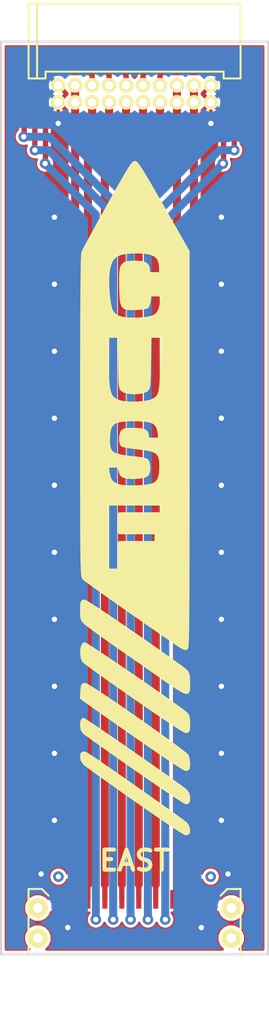
<source format=kicad_pcb>
(kicad_pcb (version 4) (host pcbnew 4.1.0-alpha+201605071002+6776~44~ubuntu14.04.1-product)

  (general
    (links 26)
    (no_connects 0)
    (area 145.924999 58.644999 166.075001 135.355001)
    (thickness 1.6)
    (drawings 5)
    (tracks 161)
    (zones 0)
    (modules 3)
    (nets 15)
  )

  (page A4)
  (layers
    (0 F.Cu signal)
    (31 B.Cu signal)
    (32 B.Adhes user)
    (33 F.Adhes user)
    (34 B.Paste user)
    (35 F.Paste user)
    (36 B.SilkS user)
    (37 F.SilkS user)
    (38 B.Mask user)
    (39 F.Mask user)
    (40 Dwgs.User user)
    (41 Cmts.User user)
    (42 Eco1.User user)
    (43 Eco2.User user)
    (44 Edge.Cuts user)
    (45 Margin user)
    (46 B.CrtYd user)
    (47 F.CrtYd user)
    (48 B.Fab user)
    (49 F.Fab user)
  )

  (setup
    (last_trace_width 0.25)
    (user_trace_width 0.2)
    (user_trace_width 0.25)
    (user_trace_width 0.4)
    (user_trace_width 0.5)
    (user_trace_width 0.6)
    (user_trace_width 0.8)
    (trace_clearance 0.15)
    (zone_clearance 0.3)
    (zone_45_only no)
    (trace_min 0.2)
    (segment_width 0.2)
    (edge_width 0.15)
    (via_size 0.6)
    (via_drill 0.4)
    (via_min_size 0.4)
    (via_min_drill 0.3)
    (user_via 0.6 0.4)
    (user_via 0.7 0.4)
    (user_via 0.8 0.4)
    (uvia_size 0.3)
    (uvia_drill 0.1)
    (uvias_allowed no)
    (uvia_min_size 0.2)
    (uvia_min_drill 0.1)
    (pcb_text_width 0.3)
    (pcb_text_size 1.5 1.5)
    (mod_edge_width 0.15)
    (mod_text_size 1 1)
    (mod_text_width 0.15)
    (pad_size 1.524 1.524)
    (pad_drill 0.762)
    (pad_to_mask_clearance 0)
    (aux_axis_origin 0 0)
    (visible_elements 7FFFFFFF)
    (pcbplotparams
      (layerselection 0x010f0_ffffffff)
      (usegerberextensions true)
      (excludeedgelayer true)
      (linewidth 0.100000)
      (plotframeref false)
      (viasonmask false)
      (mode 1)
      (useauxorigin false)
      (hpglpennumber 1)
      (hpglpenspeed 20)
      (hpglpendiameter 15)
      (psnegative false)
      (psa4output false)
      (plotreference false)
      (plotvalue false)
      (plotinvisibletext false)
      (padsonsilk false)
      (subtractmaskfromsilk true)
      (outputformat 1)
      (mirror false)
      (drillshape 0)
      (scaleselection 1)
      (outputdirectory gerbers/))
  )

  (net 0 "")
  (net 1 GND)
  (net 2 /PYRO_SO)
  (net 3 /PYRO_SI)
  (net 4 /5v_RADIO)
  (net 5 /PYRO1)
  (net 6 /5v_IMU)
  (net 7 /PYRO2)
  (net 8 /5v_AUX1)
  (net 9 /PYRO3)
  (net 10 /5v_AUX2)
  (net 11 /PYRO4)
  (net 12 /5v_CAM)
  (net 13 /PWR)
  (net 14 /CHARGE)

  (net_class Default "This is the default net class."
    (clearance 0.15)
    (trace_width 0.25)
    (via_dia 0.6)
    (via_drill 0.4)
    (uvia_dia 0.3)
    (uvia_drill 0.1)
    (add_net /5v_AUX1)
    (add_net /5v_AUX2)
    (add_net /5v_CAM)
    (add_net /5v_IMU)
    (add_net /5v_RADIO)
    (add_net /CHARGE)
    (add_net /PWR)
    (add_net /PYRO1)
    (add_net /PYRO2)
    (add_net /PYRO3)
    (add_net /PYRO4)
    (add_net /PYRO_SI)
    (add_net /PYRO_SO)
    (add_net GND)
  )

  (module agg:SFM-110-02-L-DH (layer F.Cu) (tedit 5738C338) (tstamp 57393E80)
    (at 156 129.7 180)
    (path /57390592)
    (fp_text reference J2 (at 9 2.5 90) (layer F.Fab)
      (effects (font (size 1 1) (thickness 0.15)))
    )
    (fp_text value "EAST BOT" (at 0 5.7 180) (layer F.Fab)
      (effects (font (size 1 1) (thickness 0.15)))
    )
    (fp_line (start -8.25 5) (end 8.25 5) (layer F.CrtYd) (width 0.01))
    (fp_line (start -8.25 -5.5) (end -8.25 5) (layer F.CrtYd) (width 0.01))
    (fp_line (start 8.25 -5.5) (end -8.25 -5.5) (layer F.CrtYd) (width 0.01))
    (fp_line (start 8.25 5) (end 8.25 -5.5) (layer F.CrtYd) (width 0.01))
    (fp_line (start -8.64 -0.23) (end 8.64 -0.23) (layer F.Fab) (width 0.03))
    (fp_line (start 7.94 -0.23) (end 7.94 4.58) (layer F.SilkS) (width 0.15))
    (fp_line (start 6.94 4.58) (end 7.94 4.58) (layer F.SilkS) (width 0.15))
    (fp_line (start -7.94 -0.23) (end -7.94 4.58) (layer F.SilkS) (width 0.15))
    (fp_line (start -6.44 4.08) (end -6.94 4.58) (layer F.SilkS) (width 0.15))
    (fp_line (start 6.44 4.08) (end 6.94 4.58) (layer F.SilkS) (width 0.15))
    (fp_line (start -7.94 4.58) (end -6.94 4.58) (layer F.SilkS) (width 0.15))
    (fp_line (start -6.65 -5.2) (end 6.65 -5.2) (layer F.Fab) (width 0.01))
    (fp_line (start -6.65 -5.2) (end -6.65 -1) (layer F.Fab) (width 0.01))
    (fp_line (start -7.94 -1) (end -6.65 -1) (layer F.Fab) (width 0.01))
    (fp_line (start -7.94 -1) (end -7.94 4.58) (layer F.Fab) (width 0.01))
    (fp_line (start -7.94 4.58) (end 7.94 4.58) (layer F.Fab) (width 0.01))
    (fp_line (start 7.94 -1) (end 7.94 4.58) (layer F.Fab) (width 0.01))
    (fp_line (start 6.65 -1) (end 7.94 -1) (layer F.Fab) (width 0.01))
    (fp_line (start 6.65 -5.2) (end 6.65 -1) (layer F.Fab) (width 0.01))
    (fp_line (start 6 -5.2) (end 6 -3.5) (layer F.Fab) (width 0.01))
    (fp_line (start 4.5 -3.5) (end 6 -3.5) (layer F.Fab) (width 0.01))
    (fp_line (start 4.5 -5.2) (end 4.5 -3.5) (layer F.Fab) (width 0.01))
    (pad "" thru_hole circle (at 7.2395 3.16 180) (size 1.5 1.5) (drill 0.71) (layers *.Cu *.Mask F.SilkS))
    (pad "" thru_hole circle (at -7.2395 3.16 180) (size 1.5 1.5) (drill 0.71) (layers *.Cu *.Mask F.SilkS))
    (pad "" thru_hole circle (at 7.2395 0.91 180) (size 1.5 1.5) (drill 0.71) (layers *.Cu *.Mask F.SilkS))
    (pad "" thru_hole circle (at -7.2395 0.91 180) (size 1.5 1.5) (drill 0.71) (layers *.Cu *.Mask F.SilkS))
    (pad 1 smd rect (at -6.0325 3.81 180) (size 0.38 1.4) (layers F.Cu F.Paste F.Mask)
      (net 1 GND))
    (pad 2 smd rect (at -5.3975 3.81 180) (size 0.38 1.4) (layers F.Cu F.Paste F.Mask)
      (net 1 GND))
    (pad 3 smd rect (at -4.7625 3.81 180) (size 0.38 1.4) (layers F.Cu F.Paste F.Mask)
      (net 2 /PYRO_SO))
    (pad 4 smd rect (at -4.1275 3.81 180) (size 0.38 1.4) (layers F.Cu F.Paste F.Mask)
      (net 2 /PYRO_SO))
    (pad 5 smd rect (at -3.4925 3.81 180) (size 0.38 1.4) (layers F.Cu F.Paste F.Mask)
      (net 3 /PYRO_SI))
    (pad 6 smd rect (at -2.8575 3.81 180) (size 0.38 1.4) (layers F.Cu F.Paste F.Mask)
      (net 3 /PYRO_SI))
    (pad 7 smd rect (at -2.2225 3.81 180) (size 0.38 1.4) (layers F.Cu F.Paste F.Mask)
      (net 4 /5v_RADIO))
    (pad 8 smd rect (at -1.5875 3.81 180) (size 0.38 1.4) (layers F.Cu F.Paste F.Mask)
      (net 5 /PYRO1))
    (pad 9 smd rect (at -0.9525 3.81 180) (size 0.38 1.4) (layers F.Cu F.Paste F.Mask)
      (net 6 /5v_IMU))
    (pad 10 smd rect (at -0.3175 3.81 180) (size 0.38 1.4) (layers F.Cu F.Paste F.Mask)
      (net 7 /PYRO2))
    (pad 11 smd rect (at 0.3175 3.81 180) (size 0.38 1.4) (layers F.Cu F.Paste F.Mask)
      (net 8 /5v_AUX1))
    (pad 12 smd rect (at 0.9525 3.81 180) (size 0.38 1.4) (layers F.Cu F.Paste F.Mask)
      (net 9 /PYRO3))
    (pad 13 smd rect (at 1.5875 3.81 180) (size 0.38 1.4) (layers F.Cu F.Paste F.Mask)
      (net 10 /5v_AUX2))
    (pad 14 smd rect (at 2.2225 3.81 180) (size 0.38 1.4) (layers F.Cu F.Paste F.Mask)
      (net 11 /PYRO4))
    (pad 15 smd rect (at 2.8575 3.81 180) (size 0.38 1.4) (layers F.Cu F.Paste F.Mask)
      (net 12 /5v_CAM))
    (pad 16 smd rect (at 3.4925 3.81 180) (size 0.38 1.4) (layers F.Cu F.Paste F.Mask)
      (net 13 /PWR))
    (pad 17 smd rect (at 4.1275 3.81 180) (size 0.38 1.4) (layers F.Cu F.Paste F.Mask)
      (net 14 /CHARGE))
    (pad 18 smd rect (at 4.7625 3.81 180) (size 0.38 1.4) (layers F.Cu F.Paste F.Mask)
      (net 14 /CHARGE))
    (pad 19 smd rect (at 5.3975 3.81 180) (size 0.38 1.4) (layers F.Cu F.Paste F.Mask)
      (net 1 GND))
    (pad 20 smd rect (at 6.0325 3.81 180) (size 0.38 1.4) (layers F.Cu F.Paste F.Mask)
      (net 1 GND))
  )

  (module agg:TFML-110-01-L-D-RA (layer F.Cu) (tedit 5738FCAF) (tstamp 57393E4E)
    (at 156 63 180)
    (path /5739058A)
    (fp_text reference J1 (at 9 -0.859 90) (layer F.Fab)
      (effects (font (size 1 1) (thickness 0.15)))
    )
    (fp_text value "EAST TOP" (at 0 -5.759 180) (layer F.Fab)
      (effects (font (size 1 1) (thickness 0.15)))
    )
    (fp_line (start 8.2 -4.15) (end 8.2 4.2) (layer F.CrtYd) (width 0.01))
    (fp_line (start -8.2 -4.15) (end -8.2 4.2) (layer F.CrtYd) (width 0.01))
    (fp_line (start 8.2 4.2) (end -8.2 4.2) (layer F.CrtYd) (width 0.01))
    (fp_line (start 6.6675 -1.141) (end -6.6675 -1.141) (layer F.SilkS) (width 0.15))
    (fp_line (start -6.6675 -1.649) (end -7.9375 -1.649) (layer F.SilkS) (width 0.15))
    (fp_line (start 7.9375 -1.649) (end 7.9375 3.939) (layer F.SilkS) (width 0.15))
    (fp_line (start -7.9375 -1.649) (end -7.9375 3.939) (layer F.SilkS) (width 0.15))
    (fp_line (start 7.9375 3.939) (end -7.9375 3.939) (layer F.SilkS) (width 0.15))
    (fp_line (start 6.6675 -1.649) (end 6.6675 -1.141) (layer F.SilkS) (width 0.15))
    (fp_line (start -6.6675 -1.649) (end -6.6675 -1.141) (layer F.SilkS) (width 0.15))
    (fp_line (start 7.9375 -1.649) (end 6.6675 -1.649) (layer F.SilkS) (width 0.15))
    (fp_line (start 7.3 -1.649) (end 7.3 3.939) (layer F.SilkS) (width 0.15))
    (fp_line (start 8.2 -4.15) (end -8.2 -4.15) (layer F.CrtYd) (width 0.01))
    (fp_line (start -7.9375 -1.649) (end -7.9375 3.939) (layer F.Fab) (width 0.01))
    (fp_line (start 7.9375 3.939) (end -7.9375 3.939) (layer F.Fab) (width 0.01))
    (fp_line (start 7.9375 -1.649) (end 7.9375 3.939) (layer F.Fab) (width 0.01))
    (fp_line (start 7.9375 -1.649) (end -7.9375 -1.649) (layer F.Fab) (width 0.01))
    (pad 1 thru_hole circle (at -5.715 -2.159) (size 1.1 1.1) (drill 0.635) (layers *.Cu *.Mask F.SilkS)
      (net 1 GND))
    (pad 2 thru_hole circle (at -5.715 -3.429) (size 1.1 1.1) (drill 0.635) (layers *.Cu *.Mask F.SilkS)
      (net 1 GND))
    (pad 3 thru_hole circle (at -4.445 -2.159) (size 1.1 1.1) (drill 0.635) (layers *.Cu *.Mask F.SilkS)
      (net 2 /PYRO_SO))
    (pad 4 thru_hole circle (at -4.445 -3.429) (size 1.1 1.1) (drill 0.635) (layers *.Cu *.Mask F.SilkS)
      (net 2 /PYRO_SO))
    (pad 5 thru_hole circle (at -3.175 -2.159) (size 1.1 1.1) (drill 0.635) (layers *.Cu *.Mask F.SilkS)
      (net 3 /PYRO_SI))
    (pad 6 thru_hole circle (at -3.175 -3.429) (size 1.1 1.1) (drill 0.635) (layers *.Cu *.Mask F.SilkS)
      (net 3 /PYRO_SI))
    (pad 7 thru_hole circle (at -1.905 -2.159) (size 1.1 1.1) (drill 0.635) (layers *.Cu *.Mask F.SilkS)
      (net 4 /5v_RADIO))
    (pad 8 thru_hole circle (at -1.905 -3.429) (size 1.1 1.1) (drill 0.635) (layers *.Cu *.Mask F.SilkS)
      (net 5 /PYRO1))
    (pad 9 thru_hole circle (at -0.635 -2.159) (size 1.1 1.1) (drill 0.635) (layers *.Cu *.Mask F.SilkS)
      (net 6 /5v_IMU))
    (pad 10 thru_hole circle (at -0.635 -3.429) (size 1.1 1.1) (drill 0.635) (layers *.Cu *.Mask F.SilkS)
      (net 7 /PYRO2))
    (pad 11 thru_hole circle (at 0.635 -2.159) (size 1.1 1.1) (drill 0.635) (layers *.Cu *.Mask F.SilkS)
      (net 8 /5v_AUX1))
    (pad 12 thru_hole circle (at 0.635 -3.429) (size 1.1 1.1) (drill 0.635) (layers *.Cu *.Mask F.SilkS)
      (net 9 /PYRO3))
    (pad 13 thru_hole circle (at 1.905 -2.159) (size 1.1 1.1) (drill 0.635) (layers *.Cu *.Mask F.SilkS)
      (net 10 /5v_AUX2))
    (pad 14 thru_hole circle (at 1.905 -3.429) (size 1.1 1.1) (drill 0.635) (layers *.Cu *.Mask F.SilkS)
      (net 11 /PYRO4))
    (pad 15 thru_hole circle (at 3.175 -2.159) (size 1.1 1.1) (drill 0.635) (layers *.Cu *.Mask F.SilkS)
      (net 12 /5v_CAM))
    (pad 16 thru_hole circle (at 3.175 -3.429) (size 1.1 1.1) (drill 0.635) (layers *.Cu *.Mask F.SilkS)
      (net 13 /PWR))
    (pad 17 thru_hole circle (at 4.445 -2.159) (size 1.1 1.1) (drill 0.635) (layers *.Cu *.Mask F.SilkS)
      (net 14 /CHARGE))
    (pad 18 thru_hole circle (at 4.445 -3.429) (size 1.1 1.1) (drill 0.635) (layers *.Cu *.Mask F.SilkS)
      (net 14 /CHARGE))
    (pad 19 thru_hole circle (at 5.715 -2.159) (size 1.1 1.1) (drill 0.635) (layers *.Cu *.Mask F.SilkS)
      (net 1 GND))
    (pad 20 thru_hole circle (at 5.715 -3.429) (size 1.1 1.1) (drill 0.635) (layers *.Cu *.Mask F.SilkS)
      (net 1 GND))
  )

  (module m3psu:cusf_logo_large (layer F.Cu) (tedit 0) (tstamp 577037BE)
    (at 156 95.95)
    (fp_text reference G*** (at 0 0) (layer F.SilkS) hide
      (effects (font (thickness 0.3)))
    )
    (fp_text value LOGO (at 0.75 0) (layer F.SilkS) hide
      (effects (font (thickness 0.3)))
    )
    (fp_poly (pts (xy 4.029075 24.779304) (xy 4.004875 24.960606) (xy 3.907084 25.022166) (xy 3.836192 25.023892)
      (xy 3.729988 24.974401) (xy 3.497861 24.835289) (xy 3.153886 24.615916) (xy 2.712134 24.325647)
      (xy 2.186673 23.973845) (xy 1.591577 23.569874) (xy 0.940915 23.123089) (xy 0.248759 22.642859)
      (xy 0.067684 22.516437) (xy -0.63565 22.023673) (xy -1.301656 21.554996) (xy -1.916017 21.120626)
      (xy -2.46442 20.73077) (xy -2.932556 20.395651) (xy -3.30611 20.125481) (xy -3.570772 19.930474)
      (xy -3.712227 19.820849) (xy -3.725646 19.808963) (xy -3.90902 19.533334) (xy -3.94335 19.316043)
      (xy -3.91712 19.106156) (xy -3.820851 19.039506) (xy -3.628187 19.102802) (xy -3.575008 19.130291)
      (xy -3.43332 19.217582) (xy -3.172314 19.389848) (xy -2.808483 19.635545) (xy -2.358337 19.943126)
      (xy -1.838373 20.301049) (xy -1.265099 20.697768) (xy -0.655017 21.121736) (xy -0.024627 21.561409)
      (xy 0.609565 22.00524) (xy 1.23106 22.441687) (xy 1.823351 22.859204) (xy 2.369936 23.246244)
      (xy 2.854313 23.591266) (xy 3.25998 23.882718) (xy 3.570434 24.109061) (xy 3.769168 24.258747)
      (xy 3.836192 24.315058) (xy 3.977934 24.550069) (xy 4.029075 24.779304) (xy 4.029075 24.779304)) (layer F.SilkS) (width 0.27))
    (fp_poly (pts (xy 4.029075 22.381491) (xy 4.012789 22.604981) (xy 3.950362 22.701792) (xy 3.869513 22.717125)
      (xy 3.770002 22.669427) (xy 3.543961 22.532469) (xy 3.205224 22.315457) (xy 2.767616 22.027591)
      (xy 2.244972 21.678073) (xy 1.65112 21.276111) (xy 0.999888 20.830905) (xy 0.305111 20.351658)
      (xy 0.074939 20.191985) (xy -0.633752 19.698814) (xy -1.304176 19.230612) (xy -1.922249 18.797327)
      (xy -2.473891 18.408911) (xy -2.945014 18.075312) (xy -3.32154 17.806484) (xy -3.58938 17.612375)
      (xy -3.734456 17.502936) (xy -3.751715 17.488308) (xy -3.888475 17.298417) (xy -3.940761 17.03221)
      (xy -3.94335 16.927348) (xy -3.919965 16.657283) (xy -3.8507 16.54735) (xy -3.834327 16.544925)
      (xy -3.745105 16.592464) (xy -3.531632 16.727747) (xy -3.209817 16.939765) (xy -2.795561 17.217506)
      (xy -2.304771 17.549965) (xy -1.753353 17.926129) (xy -1.157209 18.33499) (xy -0.532246 18.76554)
      (xy 0.105635 19.206769) (xy 0.740521 19.647668) (xy 1.356515 20.07723) (xy 1.937706 20.484444)
      (xy 2.468194 20.858302) (xy 2.932073 21.187794) (xy 3.313435 21.461911) (xy 3.596376 21.669644)
      (xy 3.764993 21.799986) (xy 3.79333 21.8246) (xy 3.969467 22.050338) (xy 4.028006 22.323676)
      (xy 4.029075 22.381491) (xy 4.029075 22.381491)) (layer F.SilkS) (width 0.27))
    (fp_poly (pts (xy 4.029075 19.849369) (xy 4.019239 20.086361) (xy 3.974449 20.197137) (xy 3.871784 20.226502)
      (xy 3.836192 20.226418) (xy 3.727466 20.177459) (xy 3.492663 20.03869) (xy 3.145697 19.819293)
      (xy 2.700481 19.528449) (xy 2.170924 19.175338) (xy 1.570944 18.769139) (xy 0.91445 18.31903)
      (xy 0.296017 17.890413) (xy -0.394667 17.409138) (xy -1.05641 16.9476) (xy -1.67299 16.517145)
      (xy -2.228186 16.129112) (xy -2.705783 15.794843) (xy -3.089561 15.52568) (xy -3.363298 15.332968)
      (xy -3.501506 15.234747) (xy -3.951734 14.91041) (xy -3.926113 14.42036) (xy -3.904913 14.14229)
      (xy -3.866632 13.995083) (xy -3.793235 13.938167) (xy -3.708331 13.930313) (xy -3.594094 13.978702)
      (xy -3.357164 14.116356) (xy -3.013724 14.332002) (xy -2.579961 14.614368) (xy -2.072058 14.952184)
      (xy -1.506206 15.334175) (xy -0.898582 15.74907) (xy -0.265378 16.185598) (xy 0.377225 16.632483)
      (xy 1.013037 17.078456) (xy 1.625881 17.512243) (xy 2.199563 17.922576) (xy 2.717901 18.298178)
      (xy 3.164711 18.627778) (xy 3.523808 18.900105) (xy 3.779004 19.103885) (xy 3.914117 19.227848)
      (xy 3.929874 19.249923) (xy 3.992701 19.474692) (xy 4.02695 19.766219) (xy 4.029075 19.849369)
      (xy 4.029075 19.849369)) (layer F.SilkS) (width 0.27))
    (fp_poly (pts (xy 4.029075 16.841064) (xy 4.024733 17.142357) (xy 4.002925 17.310443) (xy 3.950462 17.383507)
      (xy 3.854156 17.39974) (xy 3.836192 17.399648) (xy 3.727253 17.350991) (xy 3.490511 17.211469)
      (xy 3.138199 16.989148) (xy 2.682536 16.692094) (xy 2.135754 16.328374) (xy 1.510075 15.906059)
      (xy 0.81773 15.433208) (xy 0.070943 14.917894) (xy 0 14.868681) (xy -0.708394 14.375605)
      (xy -1.37723 13.90726) (xy -1.992605 13.473575) (xy -2.540619 13.084481) (xy -3.007368 12.749905)
      (xy -3.378947 12.479778) (xy -3.641458 12.284031) (xy -3.780991 12.172591) (xy -3.797059 12.156772)
      (xy -3.886839 11.966954) (xy -3.932728 11.700285) (xy -3.936638 11.40871) (xy -3.900471 11.144158)
      (xy -3.826135 10.958574) (xy -3.751048 10.903191) (xy -3.658505 10.945838) (xy -3.44166 11.076016)
      (xy -3.116548 11.282757) (xy -2.699203 11.555101) (xy -2.205665 11.88209) (xy -1.651968 12.252757)
      (xy -1.054142 12.656139) (xy -0.428231 13.081279) (xy 0.209736 13.51721) (xy 0.84372 13.952971)
      (xy 1.457689 14.3776) (xy 2.035603 14.780135) (xy 2.561431 15.149614) (xy 3.019135 15.475072)
      (xy 3.392677 15.74555) (xy 3.666028 15.950083) (xy 3.823146 16.077712) (xy 3.836192 16.090032)
      (xy 3.945337 16.227184) (xy 4.004319 16.401191) (xy 4.027004 16.66605) (xy 4.029075 16.841064)
      (xy 4.029075 16.841064)) (layer F.SilkS) (width 0.27))
    (fp_poly (pts (xy 4.029075 13.811221) (xy 4.026194 14.148716) (xy 4.010882 14.349593) (xy 3.973131 14.448659)
      (xy 3.902934 14.480729) (xy 3.836192 14.482166) (xy 3.701997 14.432691) (xy 3.457949 14.299683)
      (xy 3.132856 14.100456) (xy 2.755512 13.852323) (xy 2.528888 13.696204) (xy 2.176843 13.450053)
      (xy 1.711787 13.125551) (xy 1.161567 12.742088) (xy 0.554032 12.319066) (xy -0.082974 11.875872)
      (xy -0.721605 11.431903) (xy -0.985838 11.248324) (xy -1.567399 10.842322) (xy -2.114743 10.45633)
      (xy -2.60904 10.103921) (xy -3.031471 9.798665) (xy -3.363206 9.554131) (xy -3.585419 9.383896)
      (xy -3.664745 9.317133) (xy -3.805261 9.174389) (xy -3.888289 9.042689) (xy -3.92891 8.871522)
      (xy -3.942211 8.610384) (xy -3.94335 8.384232) (xy -3.940372 8.048873) (xy -3.92465 7.849821)
      (xy -3.886018 7.751951) (xy -3.814304 7.720142) (xy -3.75047 7.718163) (xy -3.648264 7.766283)
      (xy -3.422139 7.902201) (xy -3.088241 8.114826) (xy -2.662713 8.39308) (xy -2.161701 8.725876)
      (xy -1.601346 9.102127) (xy -0.997796 9.51075) (xy -0.367192 9.940658) (xy 0.274317 10.380768)
      (xy 0.910591 10.819994) (xy 1.525484 11.24725) (xy 2.102852 11.651456) (xy 2.626549 12.021521)
      (xy 3.080433 12.34636) (xy 3.448356 12.614894) (xy 3.714177 12.816033) (xy 3.861751 12.938692)
      (xy 3.879055 12.956714) (xy 3.961759 13.102182) (xy 4.008952 13.32153) (xy 4.027828 13.655704)
      (xy 4.029075 13.811221) (xy 4.029075 13.811221)) (layer F.SilkS) (width 0.27))
    (fp_poly (pts (xy 3.986213 -3.606549) (xy 3.98611 -1.730017) (xy 3.985759 -0.017523) (xy 3.985095 1.538344)
      (xy 3.984044 2.944998) (xy 3.982546 4.209848) (xy 3.980526 5.340308) (xy 3.977921 6.343788)
      (xy 3.974659 7.227703) (xy 3.970677 7.99946) (xy 3.965906 8.666476) (xy 3.960276 9.23616)
      (xy 3.953721 9.715923) (xy 3.946174 10.113177) (xy 3.937564 10.435338) (xy 3.927828 10.689813)
      (xy 3.916895 10.884013) (xy 3.904697 11.025356) (xy 3.89117 11.121249) (xy 3.876242 11.179104)
      (xy 3.859847 11.206337) (xy 3.850848 11.210829) (xy 3.71399 11.178518) (xy 3.490128 11.068493)
      (xy 3.250773 10.919699) (xy 2.573683 10.456236) (xy 2.081211 10.117499) (xy 2.081211 -15.173325)
      (xy 1.608965 -15.173325) (xy 1.136722 -15.173325) (xy 1.092401 -14.780108) (xy 1.045032 -14.521289)
      (xy 0.977608 -14.329872) (xy 0.948475 -14.28719) (xy 0.820951 -14.238372) (xy 0.567208 -14.19528)
      (xy 0.232475 -14.164805) (xy 0.101855 -14.158287) (xy -0.27229 -14.148405) (xy -0.548702 -14.166954)
      (xy -0.74287 -14.236017) (xy -0.87028 -14.377667) (xy -0.946418 -14.613988) (xy -0.986772 -14.967053)
      (xy -1.00683 -15.458947) (xy -1.01375 -15.74873) (xy -1.023011 -16.35117) (xy -1.011444 -16.803769)
      (xy -0.966106 -17.127949) (xy -0.874047 -17.345143) (xy -0.722326 -17.476771) (xy -0.497996 -17.544262)
      (xy -0.188114 -17.569043) (xy 0.088079 -17.572456) (xy 0.520881 -17.54591) (xy 0.809155 -17.456572)
      (xy 0.971919 -17.293098) (xy 1.028192 -17.04415) (xy 1.0287 -17.011553) (xy 1.0287 -16.716375)
      (xy 1.500188 -16.716375) (xy 1.971675 -16.716375) (xy 1.971675 -17.110616) (xy 1.933041 -17.545016)
      (xy 1.80694 -17.87629) (xy 1.578066 -18.114986) (xy 1.231108 -18.271656) (xy 0.750765 -18.356852)
      (xy 0.128588 -18.381149) (xy -0.523527 -18.354357) (xy -1.029151 -18.268019) (xy -1.407556 -18.106411)
      (xy -1.678007 -17.853815) (xy -1.859771 -17.494507) (xy -1.972112 -17.012768) (xy -2.016676 -16.63065)
      (xy -2.033416 -16.218465) (xy -2.022827 -15.741713) (xy -1.989155 -15.243798) (xy -1.936653 -14.768123)
      (xy -1.869572 -14.358087) (xy -1.79216 -14.057096) (xy -1.756199 -13.970921) (xy -1.569078 -13.704625)
      (xy -1.309883 -13.513775) (xy -0.956672 -13.391498) (xy -0.487501 -13.330926) (xy 0.11957 -13.325186)
      (xy 0.28694 -13.33115) (xy 0.842033 -13.373197) (xy 1.243728 -13.447013) (xy 1.444227 -13.520042)
      (xy 1.706044 -13.70098) (xy 1.883134 -13.962426) (xy 1.992095 -14.336606) (xy 2.035376 -14.667858)
      (xy 2.081211 -15.173325) (xy 2.081211 10.117499) (xy 2.07707 10.114648) (xy 2.07707 -12.087225)
      (xy 1.605047 -12.087225) (xy 1.133028 -12.087225) (xy 1.102013 -10.150612) (xy 1.091553 -9.526459)
      (xy 1.081112 -9.051124) (xy 1.068185 -8.701997) (xy 1.050257 -8.456465) (xy 1.02482 -8.291913)
      (xy 0.989366 -8.185733) (xy 0.941385 -8.115312) (xy 0.878364 -8.058037) (xy 0.868903 -8.05035)
      (xy 0.639808 -7.946438) (xy 0.304428 -7.887753) (xy -0.078149 -7.874288) (xy -0.448832 -7.90604)
      (xy -0.748535 -7.983006) (xy -0.869187 -8.050469) (xy -0.934435 -8.10763) (xy -0.984263 -8.174774)
      (xy -1.021162 -8.274512) (xy -1.047613 -8.429457) (xy -1.066106 -8.662218) (xy -1.079125 -8.995409)
      (xy -1.089156 -9.451644) (xy -1.098689 -10.053536) (xy -1.100126 -10.150731) (xy -1.128686 -12.087225)
      (xy -1.593043 -12.087225) (xy -2.0574 -12.087225) (xy -2.0574 -10.341564) (xy -2.052184 -9.546266)
      (xy -2.032682 -8.903749) (xy -1.993127 -8.395564) (xy -1.927746 -8.003251) (xy -1.830773 -7.70836)
      (xy -1.696432 -7.492433) (xy -1.518958 -7.337018) (xy -1.292576 -7.223658) (xy -1.058484 -7.146892)
      (xy -0.697291 -7.082062) (xy -0.246999 -7.054908) (xy 0.239009 -7.062984) (xy 0.707351 -7.103846)
      (xy 1.104648 -7.175048) (xy 1.345343 -7.256971) (xy 1.537718 -7.361366) (xy 1.68929 -7.477393)
      (xy 1.80532 -7.626064) (xy 1.891064 -7.828385) (xy 1.951781 -8.105368) (xy 1.99273 -8.478022)
      (xy 2.019165 -8.967359) (xy 2.036345 -9.594388) (xy 2.044483 -10.05075) (xy 2.07707 -12.087225)
      (xy 2.07707 10.114648) (xy 2.0574 10.101121) (xy 2.0574 1.20015) (xy 2.0574 0.814388)
      (xy 2.0574 0.428625) (xy 1.989743 0.428625) (xy 1.989743 -2.323955) (xy 1.97562 -2.744574)
      (xy 1.915245 -3.066066) (xy 1.78784 -3.304932) (xy 1.572631 -3.477686) (xy 1.248839 -3.600836)
      (xy 0.79569 -3.690889) (xy 0.192402 -3.764353) (xy 0.17466 -3.766179) (xy -0.22589 -3.813907)
      (xy -0.568223 -3.867126) (xy -0.81338 -3.91898) (xy -0.918335 -3.958473) (xy -0.995695 -4.113504)
      (xy -1.024944 -4.363718) (xy -1.006879 -4.639977) (xy -0.942295 -4.873138) (xy -0.907065 -4.934237)
      (xy -0.823492 -5.0166) (xy -0.694456 -5.066758) (xy -0.481075 -5.092195) (xy -0.144469 -5.100403)
      (xy -0.043073 -5.100638) (xy 0.390188 -5.085129) (xy 0.679631 -5.029414) (xy 0.850843 -4.919727)
      (xy 0.929405 -4.742294) (xy 0.942975 -4.569904) (xy 0.957671 -4.456318) (xy 1.029542 -4.397158)
      (xy 1.200263 -4.374931) (xy 1.414462 -4.371975) (xy 1.88595 -4.371975) (xy 1.88595 -4.674767)
      (xy 1.850467 -4.970136) (xy 1.764669 -5.267654) (xy 1.760446 -5.277928) (xy 1.635868 -5.493107)
      (xy 1.45209 -5.650403) (xy 1.184763 -5.757653) (xy 0.809538 -5.82269) (xy 0.302073 -5.853357)
      (xy -0.042863 -5.858414) (xy -0.671744 -5.844158) (xy -1.150856 -5.785673) (xy -1.499391 -5.667837)
      (xy -1.73654 -5.475524) (xy -1.881495 -5.193612) (xy -1.95345 -4.806975) (xy -1.971675 -4.338444)
      (xy -1.958342 -3.971821) (xy -1.905449 -3.684909) (xy -1.793653 -3.465304) (xy -1.603614 -3.300604)
      (xy -1.315988 -3.178405) (xy -0.911431 -3.086305) (xy -0.370607 -3.011901) (xy 0.184615 -2.95572)
      (xy 0.501609 -2.912331) (xy 0.764759 -2.851473) (xy 0.905615 -2.79264) (xy 1.006074 -2.629041)
      (xy 1.051442 -2.370071) (xy 1.041614 -2.08275) (xy 0.976469 -1.834107) (xy 0.907419 -1.727933)
      (xy 0.739622 -1.646357) (xy 0.453757 -1.586941) (xy 0.102252 -1.553783) (xy -0.262464 -1.550985)
      (xy -0.58796 -1.582643) (xy -0.6858 -1.603355) (xy -0.884358 -1.675825) (xy -0.993573 -1.799396)
      (xy -1.065029 -2.033251) (xy -1.066597 -2.04022) (xy -1.147354 -2.4003) (xy -1.612111 -2.4003)
      (xy -2.07687 -2.4003) (xy -2.016981 -2.00094) (xy -1.924212 -1.557654) (xy -1.782991 -1.250918)
      (xy -1.56374 -1.046882) (xy -1.236867 -0.911682) (xy -1.018391 -0.858163) (xy -0.704886 -0.818818)
      (xy -0.293682 -0.804422) (xy 0.165083 -0.81257) (xy 0.62127 -0.840872) (xy 1.024739 -0.886926)
      (xy 1.325349 -0.948337) (xy 1.398646 -0.973706) (xy 1.665325 -1.138128) (xy 1.845172 -1.386056)
      (xy 1.949268 -1.742815) (xy 1.988704 -2.233723) (xy 1.989743 -2.323955) (xy 1.989743 0.428625)
      (xy 0 0.428625) (xy -2.0574 0.428625) (xy -2.0574 2.91465) (xy -2.0574 5.400675)
      (xy -1.585913 5.400675) (xy -1.114425 5.400675) (xy -1.114425 4.371975) (xy -1.114425 3.343275)
      (xy 0.257175 3.343275) (xy 1.628775 3.343275) (xy 1.628775 2.957512) (xy 1.628775 2.57175)
      (xy 0.257175 2.57175) (xy -1.114425 2.57175) (xy -1.114425 1.88595) (xy -1.114425 1.20015)
      (xy 0.471488 1.20015) (xy 2.0574 1.20015) (xy 2.0574 10.101121) (xy 1.866731 9.969974)
      (xy 1.144206 9.47093) (xy 0.420395 8.969122) (xy -0.290407 8.474566) (xy -0.973917 7.997276)
      (xy -1.615845 7.547269) (xy -2.201899 7.134564) (xy -2.71779 6.769178) (xy -3.149231 6.461124)
      (xy -3.481931 6.220422) (xy -3.7016 6.057086) (xy -3.793333 5.981861) (xy -3.814339 5.950832)
      (xy -3.833293 5.90257) (xy -3.850303 5.828609) (xy -3.865468 5.720482) (xy -3.878901 5.569725)
      (xy -3.8907 5.367867) (xy -3.900974 5.106445) (xy -3.909827 4.776994) (xy -3.917362 4.371049)
      (xy -3.923686 3.880138) (xy -3.9289 3.295801) (xy -3.933114 2.609566) (xy -3.93643 1.812972)
      (xy -3.938954 0.897553) (xy -3.940788 -0.145163) (xy -3.942041 -1.323635) (xy -3.942815 -2.646332)
      (xy -3.943215 -4.121723) (xy -3.943347 -5.758268) (xy -3.94335 -6.133255) (xy -3.942786 -8.03804)
      (xy -3.941082 -9.773549) (xy -3.938217 -11.341955) (xy -3.934184 -12.745431) (xy -3.928959 -13.986146)
      (xy -3.92253 -15.066275) (xy -3.914879 -15.987988) (xy -3.90599 -16.753454) (xy -3.895849 -17.36485)
      (xy -3.884436 -17.824344) (xy -3.871738 -18.13411) (xy -3.857738 -18.296318) (xy -3.852716 -18.318139)
      (xy -3.792501 -18.442544) (xy -3.657377 -18.699641) (xy -3.456489 -19.072697) (xy -3.198992 -19.544976)
      (xy -2.89403 -20.099742) (xy -2.550758 -20.720259) (xy -2.17832 -21.389792) (xy -1.949578 -21.799292)
      (xy -1.503857 -22.59411) (xy -1.132796 -23.250796) (xy -0.828789 -23.781649) (xy -0.584234 -24.198961)
      (xy -0.391527 -24.515028) (xy -0.243062 -24.742144) (xy -0.131236 -24.892604) (xy -0.048446 -24.978704)
      (xy 0.012911 -25.012741) (xy 0.038615 -25.01398) (xy 0.105068 -24.969654) (xy 0.211043 -24.844177)
      (xy 0.362532 -24.627904) (xy 0.56552 -24.311191) (xy 0.826 -23.884392) (xy 1.14996 -23.33786)
      (xy 1.543385 -22.661953) (xy 2.012264 -21.84702) (xy 2.100262 -21.693347) (xy 3.986213 -18.397857)
      (xy 3.986213 -3.606549) (xy 3.986213 -3.606549)) (layer F.SilkS) (width 0.27))
  )

  (gr_text EAST (at 156 123) (layer F.SilkS)
    (effects (font (size 1.5 1.5) (thickness 0.3)))
  )
  (gr_line (start 166 130) (end 146 130) (layer Edge.Cuts) (width 0.15))
  (gr_line (start 166 61.9) (end 166 130) (layer Edge.Cuts) (width 0.15))
  (gr_line (start 146 61.9) (end 166 61.9) (layer Edge.Cuts) (width 0.15))
  (gr_line (start 146 130) (end 146 61.9) (layer Edge.Cuts) (width 0.15))

  (via (at 150.3 124.2) (size 0.8) (drill 0.4) (layers F.Cu B.Cu) (net 0))
  (via (at 161.7 124.2) (size 0.8) (drill 0.4) (layers F.Cu B.Cu) (net 0))
  (segment (start 161.715 68) (end 161.715 74.215) (width 0.4) (layer F.Cu) (net 1))
  (via (at 161.715 68) (size 0.8) (drill 0.4) (layers F.Cu B.Cu) (net 1))
  (segment (start 161.715 66.429) (end 161.715 68) (width 0.25) (layer F.Cu) (net 1))
  (segment (start 150.285 68) (end 150.285 71.125002) (width 0.4) (layer F.Cu) (net 1))
  (segment (start 150.285 66.429) (end 150.285 68) (width 0.25) (layer F.Cu) (net 1))
  (via (at 150.285 68) (size 0.8) (drill 0.4) (layers F.Cu B.Cu) (net 1))
  (segment (start 161.3975 125.89) (end 161.3975 127.6025) (width 0.25) (layer F.Cu) (net 1))
  (segment (start 161.3975 127.6025) (end 161 128) (width 0.25) (layer F.Cu) (net 1))
  (via (at 161 128) (size 0.8) (drill 0.4) (layers F.Cu B.Cu) (net 1))
  (segment (start 150.6025 125.89) (end 150.6025 127.6025) (width 0.25) (layer F.Cu) (net 1))
  (segment (start 150.6025 127.6025) (end 151 128) (width 0.25) (layer F.Cu) (net 1))
  (via (at 151 128) (size 0.8) (drill 0.4) (layers F.Cu B.Cu) (net 1))
  (segment (start 162.0325 125.89) (end 162.0325 124.9675) (width 0.25) (layer F.Cu) (net 1))
  (segment (start 162.0325 124.9675) (end 163 124) (width 0.25) (layer F.Cu) (net 1))
  (via (at 163 124) (size 0.8) (drill 0.4) (layers F.Cu B.Cu) (net 1))
  (segment (start 149.9675 125.89) (end 149.9675 124.9675) (width 0.25) (layer F.Cu) (net 1))
  (segment (start 149.9675 124.9675) (end 149 124) (width 0.25) (layer F.Cu) (net 1))
  (via (at 149 124) (size 0.8) (drill 0.4) (layers F.Cu B.Cu) (net 1))
  (segment (start 162.5 115) (end 162.5 120) (width 0.4) (layer B.Cu) (net 1))
  (via (at 162.5 120) (size 0.8) (drill 0.4) (layers F.Cu B.Cu) (net 1))
  (segment (start 162.5 110) (end 162.5 115) (width 0.4) (layer F.Cu) (net 1))
  (via (at 162.5 115) (size 0.8) (drill 0.4) (layers F.Cu B.Cu) (net 1))
  (segment (start 162.5 105) (end 162.5 110) (width 0.4) (layer B.Cu) (net 1))
  (via (at 162.5 110) (size 0.8) (drill 0.4) (layers F.Cu B.Cu) (net 1))
  (segment (start 162.5 100) (end 162.5 105) (width 0.4) (layer F.Cu) (net 1))
  (via (at 162.5 105) (size 0.8) (drill 0.4) (layers F.Cu B.Cu) (net 1))
  (segment (start 162.5 95) (end 162.5 100) (width 0.4) (layer B.Cu) (net 1))
  (via (at 162.5 100) (size 0.8) (drill 0.4) (layers F.Cu B.Cu) (net 1))
  (segment (start 162.5 90) (end 162.5 95) (width 0.4) (layer F.Cu) (net 1))
  (via (at 162.5 95) (size 0.8) (drill 0.4) (layers F.Cu B.Cu) (net 1))
  (segment (start 162.5 85) (end 162.5 90) (width 0.4) (layer B.Cu) (net 1))
  (via (at 162.5 90) (size 0.8) (drill 0.4) (layers F.Cu B.Cu) (net 1))
  (segment (start 162.5 80) (end 162.5 85) (width 0.4) (layer F.Cu) (net 1))
  (via (at 162.5 85) (size 0.8) (drill 0.4) (layers F.Cu B.Cu) (net 1))
  (segment (start 162.5 75) (end 162.5 80) (width 0.4) (layer B.Cu) (net 1))
  (via (at 162.5 80) (size 0.8) (drill 0.4) (layers F.Cu B.Cu) (net 1))
  (segment (start 161.715 74.215) (end 162.5 75) (width 0.4) (layer F.Cu) (net 1))
  (via (at 162.5 75) (size 0.8) (drill 0.4) (layers F.Cu B.Cu) (net 1))
  (segment (start 150 115) (end 150 120) (width 0.4) (layer B.Cu) (net 1))
  (via (at 150 120) (size 0.8) (drill 0.4) (layers F.Cu B.Cu) (net 1))
  (segment (start 150 110) (end 150 115) (width 0.4) (layer F.Cu) (net 1))
  (via (at 150 115) (size 0.8) (drill 0.4) (layers F.Cu B.Cu) (net 1))
  (segment (start 150 105) (end 150 110) (width 0.4) (layer B.Cu) (net 1))
  (via (at 150 110) (size 0.8) (drill 0.4) (layers F.Cu B.Cu) (net 1))
  (segment (start 150 100) (end 150 105) (width 0.4) (layer F.Cu) (net 1))
  (via (at 150 105) (size 0.8) (drill 0.4) (layers F.Cu B.Cu) (net 1))
  (segment (start 150 95) (end 150 100) (width 0.4) (layer B.Cu) (net 1))
  (via (at 150 100) (size 0.8) (drill 0.4) (layers F.Cu B.Cu) (net 1))
  (segment (start 150 90) (end 150 95) (width 0.4) (layer F.Cu) (net 1))
  (via (at 150 95) (size 0.8) (drill 0.4) (layers F.Cu B.Cu) (net 1))
  (segment (start 150 85) (end 150 90) (width 0.4) (layer B.Cu) (net 1))
  (via (at 150 90) (size 0.8) (drill 0.4) (layers F.Cu B.Cu) (net 1))
  (segment (start 150 80) (end 150 85) (width 0.4) (layer F.Cu) (net 1))
  (via (at 150 85) (size 0.8) (drill 0.4) (layers F.Cu B.Cu) (net 1))
  (segment (start 150 75) (end 150 80) (width 0.4) (layer B.Cu) (net 1))
  (via (at 150 80) (size 0.8) (drill 0.4) (layers F.Cu B.Cu) (net 1))
  (segment (start 150 71.410002) (end 150 75) (width 0.4) (layer F.Cu) (net 1))
  (via (at 150 75) (size 0.8) (drill 0.4) (layers F.Cu B.Cu) (net 1))
  (segment (start 150.285 71.125002) (end 150 71.410002) (width 0.4) (layer F.Cu) (net 1))
  (segment (start 160.7625 125.89) (end 160.41 125.89) (width 0.4) (layer F.Cu) (net 2))
  (segment (start 160.1275 125.89) (end 160.41 125.89) (width 0.4) (layer F.Cu) (net 2))
  (segment (start 160.41 125.89) (end 160.445 125.855) (width 0.4) (layer F.Cu) (net 2))
  (segment (start 160.445 66.429) (end 160.445 125.855) (width 0.6) (layer F.Cu) (net 2))
  (segment (start 160.445 65.159) (end 160.445 66.429) (width 0.6) (layer F.Cu) (net 2))
  (segment (start 159.175 66.429) (end 159.175 125.875) (width 0.6) (layer F.Cu) (net 3))
  (segment (start 159.4925 125.89) (end 159.16 125.89) (width 0.4) (layer F.Cu) (net 3))
  (segment (start 158.8575 125.89) (end 159.16 125.89) (width 0.4) (layer F.Cu) (net 3))
  (segment (start 159.16 125.89) (end 159.175 125.875) (width 0.4) (layer F.Cu) (net 3))
  (segment (start 159.175 65.159) (end 159.175 66.429) (width 0.6) (layer F.Cu) (net 3))
  (segment (start 158.3 127.4) (end 158.3 75.31501) (width 0.6) (layer B.Cu) (net 4))
  (segment (start 158.3 75.31501) (end 162.61501 71) (width 0.6) (layer B.Cu) (net 4))
  (segment (start 158.2225 125.89) (end 158.2225 127.3225) (width 0.4) (layer F.Cu) (net 4))
  (segment (start 158.2225 127.3225) (end 158.3 127.4) (width 0.4) (layer F.Cu) (net 4))
  (via (at 158.3 127.4) (size 0.8) (drill 0.4) (layers F.Cu B.Cu) (net 4))
  (segment (start 157.905 65.159) (end 157.905 64.381183) (width 0.4) (layer F.Cu) (net 4))
  (segment (start 157.905 64.381183) (end 158.077184 64.208999) (width 0.4) (layer F.Cu) (net 4))
  (segment (start 158.077184 64.208999) (end 162.171001 64.208999) (width 0.4) (layer F.Cu) (net 4))
  (segment (start 162.171001 64.208999) (end 162.665001 64.702999) (width 0.4) (layer F.Cu) (net 4))
  (segment (start 162.665001 64.702999) (end 162.665001 70.950009) (width 0.4) (layer F.Cu) (net 4))
  (segment (start 162.665001 70.950009) (end 162.61501 71) (width 0.4) (layer F.Cu) (net 4))
  (via (at 162.61501 71) (size 0.8) (drill 0.4) (layers F.Cu B.Cu) (net 4))
  (segment (start 157.5875 68.1825) (end 157.905 67.865) (width 0.6) (layer F.Cu) (net 5))
  (segment (start 157.905 67.865) (end 157.905 66.429) (width 0.6) (layer F.Cu) (net 5))
  (segment (start 157.5875 124.79) (end 157.5875 68.1825) (width 0.6) (layer F.Cu) (net 5))
  (segment (start 157.5875 124.79) (end 157.5875 125.89) (width 0.4) (layer F.Cu) (net 5))
  (segment (start 163.465011 70) (end 162.357008 70) (width 0.6) (layer B.Cu) (net 6))
  (segment (start 162.357008 70) (end 157 75.357008) (width 0.6) (layer B.Cu) (net 6))
  (segment (start 157 75.357008) (end 157 126.834315) (width 0.6) (layer B.Cu) (net 6))
  (segment (start 157 126.834315) (end 157 127.4) (width 0.6) (layer B.Cu) (net 6))
  (segment (start 156.9525 125.89) (end 156.9525 127.3525) (width 0.4) (layer F.Cu) (net 6))
  (segment (start 156.9525 127.3525) (end 157 127.4) (width 0.4) (layer F.Cu) (net 6))
  (via (at 157 127.4) (size 0.8) (drill 0.4) (layers F.Cu B.Cu) (net 6))
  (segment (start 156.635 65.159) (end 156.635 64.381183) (width 0.4) (layer F.Cu) (net 6))
  (segment (start 156.635 64.381183) (end 157.407194 63.608989) (width 0.4) (layer F.Cu) (net 6))
  (segment (start 157.407194 63.608989) (end 162.419534 63.60899) (width 0.4) (layer F.Cu) (net 6))
  (via (at 163.465011 70) (size 0.8) (drill 0.4) (layers F.Cu B.Cu) (net 6))
  (segment (start 162.419534 63.60899) (end 163.465011 64.654467) (width 0.4) (layer F.Cu) (net 6))
  (segment (start 163.465011 64.654467) (end 163.465011 70) (width 0.4) (layer F.Cu) (net 6))
  (segment (start 156.3175 68.1825) (end 156.635 67.865) (width 0.6) (layer F.Cu) (net 7))
  (segment (start 156.635 67.865) (end 156.635 66.429) (width 0.6) (layer F.Cu) (net 7))
  (segment (start 156.3175 124.79) (end 156.3175 68.1825) (width 0.6) (layer F.Cu) (net 7))
  (segment (start 156.3175 124.79) (end 156.3175 125.89) (width 0.4) (layer F.Cu) (net 7))
  (segment (start 147.7 69) (end 149.618676 69) (width 0.6) (layer B.Cu) (net 8))
  (segment (start 149.618676 69) (end 155.7 75.081324) (width 0.6) (layer B.Cu) (net 8))
  (segment (start 155.7 75.081324) (end 155.7 126.834315) (width 0.6) (layer B.Cu) (net 8))
  (segment (start 155.7 126.834315) (end 155.7 127.4) (width 0.6) (layer B.Cu) (net 8))
  (segment (start 147.734979 64.605935) (end 147.734979 68.965021) (width 0.4) (layer F.Cu) (net 8))
  (segment (start 147.734979 68.965021) (end 147.7 69) (width 0.4) (layer F.Cu) (net 8))
  (via (at 147.7 69) (size 0.8) (drill 0.4) (layers F.Cu B.Cu) (net 8))
  (segment (start 155.6825 125.89) (end 155.6825 127.3825) (width 0.4) (layer F.Cu) (net 8))
  (segment (start 155.6825 127.3825) (end 155.7 127.4) (width 0.4) (layer F.Cu) (net 8))
  (via (at 155.7 127.4) (size 0.8) (drill 0.4) (layers F.Cu B.Cu) (net 8))
  (segment (start 155.365 65.159) (end 155.365 64.381183) (width 0.4) (layer F.Cu) (net 8))
  (segment (start 155.365 64.381183) (end 153.992797 63.00898) (width 0.4) (layer F.Cu) (net 8))
  (segment (start 153.992797 63.00898) (end 149.331933 63.008981) (width 0.4) (layer F.Cu) (net 8))
  (segment (start 149.331933 63.008981) (end 147.734979 64.605935) (width 0.4) (layer F.Cu) (net 8))
  (segment (start 155.0475 68.1825) (end 155.365 67.865) (width 0.6) (layer F.Cu) (net 9))
  (segment (start 155.365 67.865) (end 155.365 66.429) (width 0.6) (layer F.Cu) (net 9))
  (segment (start 155.0475 124.79) (end 155.0475 68.1825) (width 0.6) (layer F.Cu) (net 9))
  (segment (start 155.0475 124.79) (end 155.0475 125.89) (width 0.4) (layer F.Cu) (net 9))
  (segment (start 148.534989 70) (end 149.558002 70) (width 0.6) (layer B.Cu) (net 10))
  (segment (start 149.558002 70) (end 154.4 74.841998) (width 0.6) (layer B.Cu) (net 10))
  (segment (start 154.4 74.841998) (end 154.4 126.834315) (width 0.6) (layer B.Cu) (net 10))
  (segment (start 154.4 126.834315) (end 154.4 127.4) (width 0.6) (layer B.Cu) (net 10))
  (segment (start 148.534989 64.654467) (end 148.534989 69.134989) (width 0.4) (layer F.Cu) (net 10))
  (segment (start 148.534989 69.134989) (end 148.534989 70) (width 0.4) (layer F.Cu) (net 10))
  (via (at 148.534989 70) (size 0.8) (drill 0.4) (layers F.Cu B.Cu) (net 10))
  (segment (start 154.4125 125.89) (end 154.4125 127.3875) (width 0.4) (layer F.Cu) (net 10))
  (segment (start 154.4125 127.3875) (end 154.4 127.4) (width 0.4) (layer F.Cu) (net 10))
  (via (at 154.4 127.4) (size 0.8) (drill 0.4) (layers F.Cu B.Cu) (net 10))
  (segment (start 154.095 65.159) (end 154.095 64.381183) (width 0.4) (layer F.Cu) (net 10))
  (segment (start 154.095 64.381183) (end 153.322807 63.60899) (width 0.4) (layer F.Cu) (net 10))
  (segment (start 153.322807 63.60899) (end 149.580466 63.60899) (width 0.4) (layer F.Cu) (net 10))
  (segment (start 149.580466 63.60899) (end 148.534989 64.654467) (width 0.4) (layer F.Cu) (net 10))
  (segment (start 153.7775 68.1825) (end 154.095 67.865) (width 0.6) (layer F.Cu) (net 11))
  (segment (start 154.095 67.865) (end 154.095 66.429) (width 0.6) (layer F.Cu) (net 11))
  (segment (start 153.7775 124.79) (end 153.7775 68.1825) (width 0.6) (layer F.Cu) (net 11))
  (segment (start 153.7775 124.79) (end 153.7775 125.89) (width 0.4) (layer F.Cu) (net 11))
  (segment (start 153.1 127.4) (end 153.1 74.8) (width 0.6) (layer B.Cu) (net 12))
  (segment (start 153.1 74.8) (end 149.3 71) (width 0.6) (layer B.Cu) (net 12))
  (segment (start 149.334999 64.702999) (end 149.334999 70.965001) (width 0.4) (layer F.Cu) (net 12))
  (segment (start 149.334999 70.965001) (end 149.3 71) (width 0.4) (layer F.Cu) (net 12))
  (via (at 149.3 71) (size 0.8) (drill 0.4) (layers F.Cu B.Cu) (net 12))
  (segment (start 153.1425 125.89) (end 153.1425 127.3575) (width 0.4) (layer F.Cu) (net 12))
  (segment (start 153.1425 127.3575) (end 153.1 127.4) (width 0.4) (layer F.Cu) (net 12))
  (via (at 153.1 127.4) (size 0.8) (drill 0.4) (layers F.Cu B.Cu) (net 12))
  (segment (start 152.825 65.159) (end 152.825 64.381183) (width 0.4) (layer F.Cu) (net 12))
  (segment (start 152.825 64.381183) (end 152.652816 64.208999) (width 0.4) (layer F.Cu) (net 12))
  (segment (start 152.652816 64.208999) (end 149.828999 64.208999) (width 0.4) (layer F.Cu) (net 12))
  (segment (start 149.828999 64.208999) (end 149.334999 64.702999) (width 0.4) (layer F.Cu) (net 12))
  (segment (start 152.5075 68.1825) (end 152.825 67.865) (width 0.6) (layer F.Cu) (net 13))
  (segment (start 152.825 67.865) (end 152.825 66.429) (width 0.6) (layer F.Cu) (net 13))
  (segment (start 152.5075 124.79) (end 152.5075 68.1825) (width 0.6) (layer F.Cu) (net 13))
  (segment (start 152.5075 124.79) (end 152.5075 125.89) (width 0.4) (layer F.Cu) (net 13))
  (segment (start 151.8725 125.89) (end 151.51 125.89) (width 0.4) (layer F.Cu) (net 14))
  (segment (start 151.2375 125.89) (end 151.51 125.89) (width 0.4) (layer F.Cu) (net 14))
  (segment (start 151.51 125.89) (end 151.555 125.845) (width 0.4) (layer F.Cu) (net 14))
  (segment (start 151.555 66.429) (end 151.555 125.845) (width 0.6) (layer F.Cu) (net 14))
  (segment (start 151.555 65.159) (end 151.555 66.429) (width 0.6) (layer F.Cu) (net 14))

  (zone (net 1) (net_name GND) (layer F.Cu) (tstamp 0) (hatch edge 0.508)
    (connect_pads (clearance 0.2))
    (min_thickness 0.2)
    (fill yes (arc_segments 16) (thermal_gap 0.15) (thermal_bridge_width 0.3))
    (polygon
      (pts
        (xy 146 61.9) (xy 166 61.9) (xy 166 130) (xy 146 130)
      )
    )
    (filled_polygon
      (pts
        (xy 165.625 129.625) (xy 163.889263 129.625) (xy 164.129128 129.385554) (xy 164.289318 128.999774) (xy 164.289682 128.582058)
        (xy 164.130166 128.196) (xy 163.835054 127.900372) (xy 163.449274 127.740182) (xy 163.031558 127.739818) (xy 162.6455 127.899334)
        (xy 162.349872 128.194446) (xy 162.189682 128.580226) (xy 162.189318 128.997942) (xy 162.348834 129.384) (xy 162.589413 129.625)
        (xy 149.410263 129.625) (xy 149.650128 129.385554) (xy 149.810318 128.999774) (xy 149.810682 128.582058) (xy 149.651166 128.196)
        (xy 149.356054 127.900372) (xy 148.970274 127.740182) (xy 148.552558 127.739818) (xy 148.1665 127.899334) (xy 147.870872 128.194446)
        (xy 147.710682 128.580226) (xy 147.710318 128.997942) (xy 147.869834 129.384) (xy 148.110413 129.625) (xy 146.375 129.625)
        (xy 146.375 126.747942) (xy 147.710318 126.747942) (xy 147.869834 127.134) (xy 148.164946 127.429628) (xy 148.550726 127.589818)
        (xy 148.968442 127.590182) (xy 149.3545 127.430666) (xy 149.650128 127.135554) (xy 149.772853 126.84) (xy 149.855 126.84)
        (xy 149.9175 126.7775) (xy 149.9175 125.94) (xy 150.0175 125.94) (xy 150.0175 126.7775) (xy 150.08 126.84)
        (xy 150.207228 126.84) (xy 150.285 126.807786) (xy 150.362772 126.84) (xy 150.49 126.84) (xy 150.5525 126.7775)
        (xy 150.5525 125.94) (xy 150.0175 125.94) (xy 149.9175 125.94) (xy 149.8975 125.94) (xy 149.8975 125.84)
        (xy 149.9175 125.84) (xy 149.9175 125.0025) (xy 150.0175 125.0025) (xy 150.0175 125.84) (xy 150.5525 125.84)
        (xy 150.5525 125.0025) (xy 150.49 124.94) (xy 150.362772 124.94) (xy 150.285 124.972214) (xy 150.207228 124.94)
        (xy 150.08 124.94) (xy 150.0175 125.0025) (xy 149.9175 125.0025) (xy 149.855 124.94) (xy 149.727772 124.94)
        (xy 149.635886 124.97806) (xy 149.56556 125.048386) (xy 149.5275 125.140272) (xy 149.5275 125.7775) (xy 149.589998 125.839998)
        (xy 149.545349 125.839998) (xy 149.356054 125.650372) (xy 148.970274 125.490182) (xy 148.552558 125.489818) (xy 148.1665 125.649334)
        (xy 147.870872 125.944446) (xy 147.710682 126.330226) (xy 147.710318 126.747942) (xy 146.375 126.747942) (xy 146.375 69.138628)
        (xy 146.999879 69.138628) (xy 147.106223 69.396) (xy 147.302964 69.593085) (xy 147.56015 69.699878) (xy 147.838628 69.700121)
        (xy 147.914595 69.668732) (xy 147.835111 69.86015) (xy 147.834868 70.138628) (xy 147.941212 70.396) (xy 148.137953 70.593085)
        (xy 148.395139 70.699878) (xy 148.666574 70.700115) (xy 148.600122 70.86015) (xy 148.599879 71.138628) (xy 148.706223 71.396)
        (xy 148.902964 71.593085) (xy 149.16015 71.699878) (xy 149.438628 71.700121) (xy 149.696 71.593777) (xy 149.893085 71.397036)
        (xy 149.999878 71.13985) (xy 150.000121 70.861372) (xy 149.893777 70.604) (xy 149.834999 70.545119) (xy 149.834999 67.092111)
        (xy 149.846912 67.117042) (xy 150.143562 67.232317) (xy 150.461744 67.225294) (xy 150.723088 67.117042) (xy 150.781044 66.995755)
        (xy 150.285 66.499711) (xy 150.270858 66.513853) (xy 150.200147 66.443142) (xy 150.214289 66.429) (xy 150.200147 66.414858)
        (xy 150.270858 66.344147) (xy 150.285 66.358289) (xy 150.781044 65.862245) (xy 150.748434 65.794) (xy 150.781044 65.725755)
        (xy 150.285 65.229711) (xy 150.270858 65.243853) (xy 150.200147 65.173142) (xy 150.214289 65.159) (xy 150.200147 65.144858)
        (xy 150.270858 65.074147) (xy 150.285 65.088289) (xy 150.299142 65.074147) (xy 150.369853 65.144858) (xy 150.355711 65.159)
        (xy 150.832166 65.635455) (xy 150.833985 65.639857) (xy 150.955 65.761083) (xy 150.955 65.82692) (xy 150.834826 65.946885)
        (xy 150.832696 65.952015) (xy 150.355711 66.429) (xy 150.832166 66.905455) (xy 150.833985 66.909857) (xy 150.955 67.031083)
        (xy 150.955 123.952171) (xy 150.893777 123.804) (xy 150.697036 123.606915) (xy 150.43985 123.500122) (xy 150.161372 123.499879)
        (xy 149.904 123.606223) (xy 149.706915 123.802964) (xy 149.600122 124.06015) (xy 149.599879 124.338628) (xy 149.706223 124.596)
        (xy 149.902964 124.793085) (xy 150.16015 124.899878) (xy 150.438628 124.900121) (xy 150.696 124.793777) (xy 150.893085 124.597036)
        (xy 150.955 124.447928) (xy 150.955 124.902523) (xy 150.930446 124.907407) (xy 150.866574 124.950084) (xy 150.842228 124.94)
        (xy 150.715 124.94) (xy 150.6525 125.0025) (xy 150.6525 125.84) (xy 150.6725 125.84) (xy 150.6725 125.94)
        (xy 150.6525 125.94) (xy 150.6525 126.7775) (xy 150.715 126.84) (xy 150.842228 126.84) (xy 150.866574 126.829916)
        (xy 150.930446 126.872593) (xy 151.0475 126.895877) (xy 151.4275 126.895877) (xy 151.544554 126.872593) (xy 151.555 126.865613)
        (xy 151.565446 126.872593) (xy 151.6825 126.895877) (xy 152.0625 126.895877) (xy 152.179554 126.872593) (xy 152.19 126.865613)
        (xy 152.200446 126.872593) (xy 152.3175 126.895877) (xy 152.614189 126.895877) (xy 152.506915 127.002964) (xy 152.400122 127.26015)
        (xy 152.399879 127.538628) (xy 152.506223 127.796) (xy 152.702964 127.993085) (xy 152.96015 128.099878) (xy 153.238628 128.100121)
        (xy 153.496 127.993777) (xy 153.693085 127.797036) (xy 153.750008 127.65995) (xy 153.806223 127.796) (xy 154.002964 127.993085)
        (xy 154.26015 128.099878) (xy 154.538628 128.100121) (xy 154.796 127.993777) (xy 154.993085 127.797036) (xy 155.050008 127.65995)
        (xy 155.106223 127.796) (xy 155.302964 127.993085) (xy 155.56015 128.099878) (xy 155.838628 128.100121) (xy 156.096 127.993777)
        (xy 156.293085 127.797036) (xy 156.350008 127.65995) (xy 156.406223 127.796) (xy 156.602964 127.993085) (xy 156.86015 128.099878)
        (xy 157.138628 128.100121) (xy 157.396 127.993777) (xy 157.593085 127.797036) (xy 157.650008 127.65995) (xy 157.706223 127.796)
        (xy 157.902964 127.993085) (xy 158.16015 128.099878) (xy 158.438628 128.100121) (xy 158.696 127.993777) (xy 158.893085 127.797036)
        (xy 158.999878 127.53985) (xy 159.000121 127.261372) (xy 158.893777 127.004) (xy 158.785843 126.895877) (xy 159.0475 126.895877)
        (xy 159.164554 126.872593) (xy 159.175 126.865613) (xy 159.185446 126.872593) (xy 159.3025 126.895877) (xy 159.6825 126.895877)
        (xy 159.799554 126.872593) (xy 159.81 126.865613) (xy 159.820446 126.872593) (xy 159.9375 126.895877) (xy 160.3175 126.895877)
        (xy 160.434554 126.872593) (xy 160.445 126.865613) (xy 160.455446 126.872593) (xy 160.5725 126.895877) (xy 160.9525 126.895877)
        (xy 161.069554 126.872593) (xy 161.133426 126.829916) (xy 161.157772 126.84) (xy 161.285 126.84) (xy 161.3475 126.7775)
        (xy 161.3475 125.94) (xy 161.4475 125.94) (xy 161.4475 126.7775) (xy 161.51 126.84) (xy 161.637228 126.84)
        (xy 161.715 126.807786) (xy 161.792772 126.84) (xy 161.92 126.84) (xy 161.9825 126.7775) (xy 161.9825 125.94)
        (xy 161.4475 125.94) (xy 161.3475 125.94) (xy 161.3275 125.94) (xy 161.3275 125.84) (xy 161.3475 125.84)
        (xy 161.3475 125.0025) (xy 161.4475 125.0025) (xy 161.4475 125.84) (xy 161.9825 125.84) (xy 161.9825 125.0025)
        (xy 162.0825 125.0025) (xy 162.0825 125.84) (xy 162.1025 125.84) (xy 162.1025 125.94) (xy 162.0825 125.94)
        (xy 162.0825 126.7775) (xy 162.145 126.84) (xy 162.227356 126.84) (xy 162.348834 127.134) (xy 162.643946 127.429628)
        (xy 163.029726 127.589818) (xy 163.447442 127.590182) (xy 163.8335 127.430666) (xy 164.129128 127.135554) (xy 164.289318 126.749774)
        (xy 164.289682 126.332058) (xy 164.130166 125.946) (xy 163.835054 125.650372) (xy 163.449274 125.490182) (xy 163.031558 125.489818)
        (xy 162.6455 125.649334) (xy 162.454503 125.839998) (xy 162.410002 125.839998) (xy 162.4725 125.7775) (xy 162.4725 125.140272)
        (xy 162.43444 125.048386) (xy 162.364114 124.97806) (xy 162.272228 124.94) (xy 162.145 124.94) (xy 162.0825 125.0025)
        (xy 161.9825 125.0025) (xy 161.92 124.94) (xy 161.792772 124.94) (xy 161.715 124.972214) (xy 161.637228 124.94)
        (xy 161.51 124.94) (xy 161.4475 125.0025) (xy 161.3475 125.0025) (xy 161.285 124.94) (xy 161.157772 124.94)
        (xy 161.133426 124.950084) (xy 161.069554 124.907407) (xy 161.045 124.902523) (xy 161.045 124.447829) (xy 161.106223 124.596)
        (xy 161.302964 124.793085) (xy 161.56015 124.899878) (xy 161.838628 124.900121) (xy 162.096 124.793777) (xy 162.293085 124.597036)
        (xy 162.399878 124.33985) (xy 162.400121 124.061372) (xy 162.293777 123.804) (xy 162.097036 123.606915) (xy 161.83985 123.500122)
        (xy 161.561372 123.499879) (xy 161.304 123.606223) (xy 161.106915 123.802964) (xy 161.045 123.952072) (xy 161.045 67.03108)
        (xy 161.165174 66.911115) (xy 161.167304 66.905985) (xy 161.644289 66.429) (xy 161.167834 65.952545) (xy 161.166015 65.948143)
        (xy 161.045 65.826917) (xy 161.045 65.76108) (xy 161.165174 65.641115) (xy 161.167304 65.635985) (xy 161.644289 65.159)
        (xy 161.630147 65.144858) (xy 161.700858 65.074147) (xy 161.715 65.088289) (xy 161.729142 65.074147) (xy 161.799853 65.144858)
        (xy 161.785711 65.159) (xy 161.799853 65.173142) (xy 161.729142 65.243853) (xy 161.715 65.229711) (xy 161.218956 65.725755)
        (xy 161.251566 65.794) (xy 161.218956 65.862245) (xy 161.715 66.358289) (xy 161.729142 66.344147) (xy 161.799853 66.414858)
        (xy 161.785711 66.429) (xy 161.799853 66.443142) (xy 161.729142 66.513853) (xy 161.715 66.499711) (xy 161.218956 66.995755)
        (xy 161.276912 67.117042) (xy 161.573562 67.232317) (xy 161.891744 67.225294) (xy 162.153088 67.117042) (xy 162.165001 67.092111)
        (xy 162.165001 70.460138) (xy 162.021925 70.602964) (xy 161.915132 70.86015) (xy 161.914889 71.138628) (xy 162.021233 71.396)
        (xy 162.217974 71.593085) (xy 162.47516 71.699878) (xy 162.753638 71.700121) (xy 163.01101 71.593777) (xy 163.208095 71.397036)
        (xy 163.314888 71.13985) (xy 163.315131 70.861372) (xy 163.232506 70.661404) (xy 163.325161 70.699878) (xy 163.603639 70.700121)
        (xy 163.861011 70.593777) (xy 164.058096 70.397036) (xy 164.164889 70.13985) (xy 164.165132 69.861372) (xy 164.058788 69.604)
        (xy 163.965011 69.510059) (xy 163.965011 64.654467) (xy 163.926951 64.463125) (xy 163.859853 64.362706) (xy 163.818565 64.300914)
        (xy 162.773087 63.255437) (xy 162.610876 63.14705) (xy 162.610871 63.147049) (xy 162.419534 63.10899) (xy 157.407194 63.108989)
        (xy 157.215852 63.147049) (xy 157.05364 63.255436) (xy 156.281447 64.02763) (xy 156.17306 64.189841) (xy 156.135 64.381183)
        (xy 156.135 64.457095) (xy 155.999941 64.591919) (xy 155.865 64.456742) (xy 155.865 64.381183) (xy 155.82694 64.189841)
        (xy 155.718553 64.02763) (xy 154.34635 62.655427) (xy 154.184139 62.54704) (xy 153.992797 62.50898) (xy 149.331933 62.508981)
        (xy 149.140596 62.54704) (xy 149.140591 62.547041) (xy 148.97838 62.655428) (xy 147.381426 64.252382) (xy 147.273039 64.414593)
        (xy 147.234979 64.605935) (xy 147.234979 68.475124) (xy 147.106915 68.602964) (xy 147.000122 68.86015) (xy 146.999879 69.138628)
        (xy 146.375 69.138628) (xy 146.375 62.275) (xy 165.625 62.275)
      )
    )
  )
  (zone (net 1) (net_name GND) (layer B.Cu) (tstamp 57703861) (hatch edge 0.508)
    (connect_pads (clearance 0.3))
    (min_thickness 0.2)
    (fill yes (arc_segments 16) (thermal_gap 0.15) (thermal_bridge_width 0.3))
    (polygon
      (pts
        (xy 146 130) (xy 166 130) (xy 166 61.9) (xy 146 61.9)
      )
    )
    (filled_polygon
      (pts
        (xy 165.525 129.525) (xy 164.130983 129.525) (xy 164.213854 129.442273) (xy 164.3893 129.019753) (xy 164.389699 128.562254)
        (xy 164.214991 128.139428) (xy 163.891773 127.815646) (xy 163.528606 127.664846) (xy 163.890072 127.515491) (xy 164.213854 127.192273)
        (xy 164.3893 126.769753) (xy 164.389699 126.312254) (xy 164.214991 125.889428) (xy 163.891773 125.565646) (xy 163.469253 125.3902)
        (xy 163.011754 125.389801) (xy 162.588928 125.564509) (xy 162.265146 125.887727) (xy 162.0897 126.310247) (xy 162.089301 126.767746)
        (xy 162.264009 127.190572) (xy 162.587227 127.514354) (xy 162.950394 127.665154) (xy 162.588928 127.814509) (xy 162.265146 128.137727)
        (xy 162.0897 128.560247) (xy 162.089301 129.017746) (xy 162.264009 129.440572) (xy 162.34829 129.525) (xy 149.651983 129.525)
        (xy 149.734854 129.442273) (xy 149.9103 129.019753) (xy 149.910699 128.562254) (xy 149.735991 128.139428) (xy 149.412773 127.815646)
        (xy 149.049606 127.664846) (xy 149.411072 127.515491) (xy 149.734854 127.192273) (xy 149.9103 126.769753) (xy 149.910699 126.312254)
        (xy 149.735991 125.889428) (xy 149.412773 125.565646) (xy 148.990253 125.3902) (xy 148.532754 125.389801) (xy 148.109928 125.564509)
        (xy 147.786146 125.887727) (xy 147.6107 126.310247) (xy 147.610301 126.767746) (xy 147.785009 127.190572) (xy 148.108227 127.514354)
        (xy 148.471394 127.665154) (xy 148.109928 127.814509) (xy 147.786146 128.137727) (xy 147.6107 128.560247) (xy 147.610301 129.017746)
        (xy 147.785009 129.440572) (xy 147.86929 129.525) (xy 146.475 129.525) (xy 146.475 124.358432) (xy 149.499861 124.358432)
        (xy 149.621397 124.652572) (xy 149.846245 124.877812) (xy 150.140172 124.999861) (xy 150.458432 125.000139) (xy 150.752572 124.878603)
        (xy 150.977812 124.653755) (xy 151.099861 124.359828) (xy 151.100139 124.041568) (xy 150.978603 123.747428) (xy 150.753755 123.522188)
        (xy 150.459828 123.400139) (xy 150.141568 123.399861) (xy 149.847428 123.521397) (xy 149.622188 123.746245) (xy 149.500139 124.040172)
        (xy 149.499861 124.358432) (xy 146.475 124.358432) (xy 146.475 69.158432) (xy 146.899861 69.158432) (xy 147.021397 69.452572)
        (xy 147.246245 69.677812) (xy 147.540172 69.799861) (xy 147.75179 69.800046) (xy 147.735128 69.840172) (xy 147.73485 70.158432)
        (xy 147.856386 70.452572) (xy 148.081234 70.677812) (xy 148.375161 70.799861) (xy 148.516826 70.799985) (xy 148.500139 70.840172)
        (xy 148.499861 71.158432) (xy 148.621397 71.452572) (xy 148.846245 71.677812) (xy 149.088423 71.778373) (xy 152.4 75.089949)
        (xy 152.4 126.99968) (xy 152.300139 127.240172) (xy 152.299861 127.558432) (xy 152.421397 127.852572) (xy 152.646245 128.077812)
        (xy 152.940172 128.199861) (xy 153.258432 128.200139) (xy 153.552572 128.078603) (xy 153.750147 127.881372) (xy 153.946245 128.077812)
        (xy 154.240172 128.199861) (xy 154.558432 128.200139) (xy 154.852572 128.078603) (xy 155.050147 127.881372) (xy 155.246245 128.077812)
        (xy 155.540172 128.199861) (xy 155.858432 128.200139) (xy 156.152572 128.078603) (xy 156.350147 127.881372) (xy 156.546245 128.077812)
        (xy 156.840172 128.199861) (xy 157.158432 128.200139) (xy 157.452572 128.078603) (xy 157.650147 127.881372) (xy 157.846245 128.077812)
        (xy 158.140172 128.199861) (xy 158.458432 128.200139) (xy 158.752572 128.078603) (xy 158.977812 127.853755) (xy 159.099861 127.559828)
        (xy 159.100139 127.241568) (xy 159 126.999213) (xy 159 124.358432) (xy 160.899861 124.358432) (xy 161.021397 124.652572)
        (xy 161.246245 124.877812) (xy 161.540172 124.999861) (xy 161.858432 125.000139) (xy 162.152572 124.878603) (xy 162.377812 124.653755)
        (xy 162.499861 124.359828) (xy 162.500139 124.041568) (xy 162.378603 123.747428) (xy 162.153755 123.522188) (xy 161.859828 123.400139)
        (xy 161.541568 123.399861) (xy 161.247428 123.521397) (xy 161.022188 123.746245) (xy 160.900139 124.040172) (xy 160.899861 124.358432)
        (xy 159 124.358432) (xy 159 75.60496) (xy 162.826916 71.778044) (xy 163.067582 71.678603) (xy 163.292822 71.453755)
        (xy 163.414871 71.159828) (xy 163.415149 70.841568) (xy 163.39795 70.799942) (xy 163.623443 70.800139) (xy 163.917583 70.678603)
        (xy 164.142823 70.453755) (xy 164.264872 70.159828) (xy 164.26515 69.841568) (xy 164.143614 69.547428) (xy 163.918766 69.322188)
        (xy 163.624839 69.200139) (xy 163.306579 69.199861) (xy 163.064224 69.3) (xy 162.357008 69.3) (xy 162.08913 69.353284)
        (xy 161.862033 69.505025) (xy 161.862031 69.505028) (xy 156.505025 74.862033) (xy 156.39048 75.033462) (xy 156.346716 74.813446)
        (xy 156.346716 74.813445) (xy 156.194975 74.586349) (xy 150.113651 68.505025) (xy 149.886555 68.353284) (xy 149.618676 68.3)
        (xy 148.10032 68.3) (xy 147.859828 68.200139) (xy 147.541568 68.199861) (xy 147.247428 68.321397) (xy 147.022188 68.546245)
        (xy 146.900139 68.840172) (xy 146.899861 69.158432) (xy 146.475 69.158432) (xy 146.475 66.287562) (xy 149.481683 66.287562)
        (xy 149.488706 66.605744) (xy 149.596958 66.867088) (xy 149.718245 66.925044) (xy 150.214289 66.429) (xy 149.718245 65.932956)
        (xy 149.596958 65.990912) (xy 149.481683 66.287562) (xy 146.475 66.287562) (xy 146.475 65.017562) (xy 149.481683 65.017562)
        (xy 149.488706 65.335744) (xy 149.596958 65.597088) (xy 149.718245 65.655044) (xy 150.214289 65.159) (xy 149.718245 64.662956)
        (xy 149.596958 64.720912) (xy 149.481683 65.017562) (xy 146.475 65.017562) (xy 146.475 64.592245) (xy 149.788956 64.592245)
        (xy 150.285 65.088289) (xy 150.299142 65.074147) (xy 150.369853 65.144858) (xy 150.355711 65.159) (xy 150.369853 65.173142)
        (xy 150.299142 65.243853) (xy 150.285 65.229711) (xy 149.788956 65.725755) (xy 149.821566 65.794) (xy 149.788956 65.862245)
        (xy 150.285 66.358289) (xy 150.299142 66.344147) (xy 150.369853 66.414858) (xy 150.355711 66.429) (xy 150.369853 66.443142)
        (xy 150.299142 66.513853) (xy 150.285 66.499711) (xy 149.788956 66.995755) (xy 149.846912 67.117042) (xy 150.143562 67.232317)
        (xy 150.461744 67.225294) (xy 150.723088 67.117042) (xy 150.780199 66.997523) (xy 151.016165 67.233902) (xy 151.365204 67.378835)
        (xy 151.743138 67.379165) (xy 152.092429 67.234841) (xy 152.189936 67.137504) (xy 152.286165 67.233902) (xy 152.635204 67.378835)
        (xy 153.013138 67.379165) (xy 153.362429 67.234841) (xy 153.459936 67.137504) (xy 153.556165 67.233902) (xy 153.905204 67.378835)
        (xy 154.283138 67.379165) (xy 154.632429 67.234841) (xy 154.729936 67.137504) (xy 154.826165 67.233902) (xy 155.175204 67.378835)
        (xy 155.553138 67.379165) (xy 155.902429 67.234841) (xy 155.999936 67.137504) (xy 156.096165 67.233902) (xy 156.445204 67.378835)
        (xy 156.823138 67.379165) (xy 157.172429 67.234841) (xy 157.269936 67.137504) (xy 157.366165 67.233902) (xy 157.715204 67.378835)
        (xy 158.093138 67.379165) (xy 158.442429 67.234841) (xy 158.539936 67.137504) (xy 158.636165 67.233902) (xy 158.985204 67.378835)
        (xy 159.363138 67.379165) (xy 159.712429 67.234841) (xy 159.809936 67.137504) (xy 159.906165 67.233902) (xy 160.255204 67.378835)
        (xy 160.633138 67.379165) (xy 160.982429 67.234841) (xy 161.219917 66.997767) (xy 161.276912 67.117042) (xy 161.573562 67.232317)
        (xy 161.891744 67.225294) (xy 162.153088 67.117042) (xy 162.211044 66.995755) (xy 161.715 66.499711) (xy 161.700858 66.513853)
        (xy 161.630147 66.443142) (xy 161.644289 66.429) (xy 161.785711 66.429) (xy 162.281755 66.925044) (xy 162.403042 66.867088)
        (xy 162.518317 66.570438) (xy 162.511294 66.252256) (xy 162.403042 65.990912) (xy 162.281755 65.932956) (xy 161.785711 66.429)
        (xy 161.644289 66.429) (xy 161.630147 66.414858) (xy 161.700858 66.344147) (xy 161.715 66.358289) (xy 162.211044 65.862245)
        (xy 162.178434 65.794) (xy 162.211044 65.725755) (xy 161.715 65.229711) (xy 161.700858 65.243853) (xy 161.630147 65.173142)
        (xy 161.644289 65.159) (xy 161.785711 65.159) (xy 162.281755 65.655044) (xy 162.403042 65.597088) (xy 162.518317 65.300438)
        (xy 162.511294 64.982256) (xy 162.403042 64.720912) (xy 162.281755 64.662956) (xy 161.785711 65.159) (xy 161.644289 65.159)
        (xy 161.630147 65.144858) (xy 161.700858 65.074147) (xy 161.715 65.088289) (xy 162.211044 64.592245) (xy 162.153088 64.470958)
        (xy 161.856438 64.355683) (xy 161.538256 64.362706) (xy 161.276912 64.470958) (xy 161.219801 64.590477) (xy 160.983835 64.354098)
        (xy 160.634796 64.209165) (xy 160.256862 64.208835) (xy 159.907571 64.353159) (xy 159.810064 64.450496) (xy 159.713835 64.354098)
        (xy 159.364796 64.209165) (xy 158.986862 64.208835) (xy 158.637571 64.353159) (xy 158.540064 64.450496) (xy 158.443835 64.354098)
        (xy 158.094796 64.209165) (xy 157.716862 64.208835) (xy 157.367571 64.353159) (xy 157.270064 64.450496) (xy 157.173835 64.354098)
        (xy 156.824796 64.209165) (xy 156.446862 64.208835) (xy 156.097571 64.353159) (xy 156.000064 64.450496) (xy 155.903835 64.354098)
        (xy 155.554796 64.209165) (xy 155.176862 64.208835) (xy 154.827571 64.353159) (xy 154.730064 64.450496) (xy 154.633835 64.354098)
        (xy 154.284796 64.209165) (xy 153.906862 64.208835) (xy 153.557571 64.353159) (xy 153.460064 64.450496) (xy 153.363835 64.354098)
        (xy 153.014796 64.209165) (xy 152.636862 64.208835) (xy 152.287571 64.353159) (xy 152.190064 64.450496) (xy 152.093835 64.354098)
        (xy 151.744796 64.209165) (xy 151.366862 64.208835) (xy 151.017571 64.353159) (xy 150.780083 64.590233) (xy 150.723088 64.470958)
        (xy 150.426438 64.355683) (xy 150.108256 64.362706) (xy 149.846912 64.470958) (xy 149.788956 64.592245) (xy 146.475 64.592245)
        (xy 146.475 62.375) (xy 165.525 62.375)
      )
    )
  )
)

</source>
